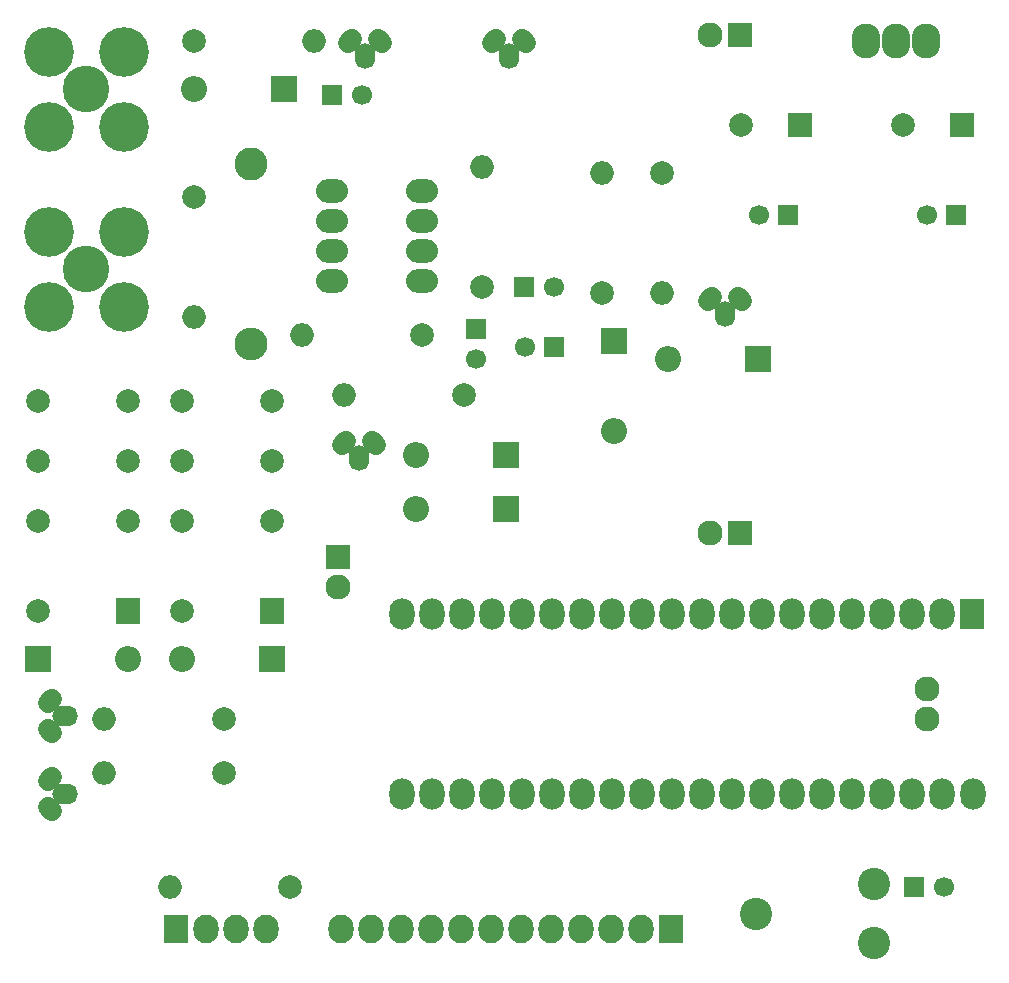
<source format=gbr>
%TF.GenerationSoftware,KiCad,Pcbnew,4.0.2+dfsg1-stable*%
%TF.CreationDate,2018-06-05T19:34:28+02:00*%
%TF.ProjectId,imp_meter,696D705F6D657465722E6B696361645F,rev?*%
%TF.FileFunction,Soldermask,Bot*%
%FSLAX46Y46*%
G04 Gerber Fmt 4.6, Leading zero omitted, Abs format (unit mm)*
G04 Created by KiCad (PCBNEW 4.0.2+dfsg1-stable) date wto, 5 cze 2018, 19:34:28*
%MOMM*%
G01*
G04 APERTURE LIST*
%ADD10C,0.100000*%
%ADD11R,2.000000X2.000000*%
%ADD12C,2.000000*%
%ADD13R,1.700000X1.700000*%
%ADD14C,1.700000*%
%ADD15R,2.200000X2.200000*%
%ADD16O,2.200000X2.200000*%
%ADD17R,2.127200X2.127200*%
%ADD18O,2.127200X2.127200*%
%ADD19R,2.000000X2.200000*%
%ADD20R,2.127200X2.432000*%
%ADD21O,2.127200X2.432000*%
%ADD22O,2.200860X1.700480*%
%ADD23C,1.700480*%
%ADD24O,1.700480X2.200860*%
%ADD25C,2.800000*%
%ADD26O,2.800000X2.800000*%
%ADD27O,2.000000X2.000000*%
%ADD28C,2.740000*%
%ADD29O,2.432000X2.940000*%
%ADD30R,2.127200X2.650000*%
%ADD31O,2.127200X2.650000*%
%ADD32O,2.700000X2.000000*%
%ADD33C,4.210000*%
%ADD34C,3.956000*%
G04 APERTURE END LIST*
D10*
D11*
X146812000Y-57658000D03*
D12*
X141812000Y-57658000D03*
D13*
X145796000Y-65278000D03*
D14*
X143296000Y-65278000D03*
D13*
X107188000Y-55118000D03*
D14*
X109688000Y-55118000D03*
D13*
X160020000Y-65278000D03*
D14*
X157520000Y-65278000D03*
D11*
X160528000Y-57658000D03*
D12*
X155528000Y-57658000D03*
D13*
X123444000Y-71374000D03*
D14*
X125944000Y-71374000D03*
D13*
X119380000Y-74930000D03*
D14*
X119380000Y-77430000D03*
D13*
X125984000Y-76454000D03*
D14*
X123484000Y-76454000D03*
D13*
X156464000Y-122174000D03*
D14*
X158964000Y-122174000D03*
D15*
X103124000Y-54610000D03*
D16*
X95504000Y-54610000D03*
D15*
X82296000Y-102870000D03*
D16*
X89916000Y-102870000D03*
D15*
X102108000Y-102870000D03*
D16*
X94488000Y-102870000D03*
D15*
X121920000Y-85598000D03*
D16*
X114300000Y-85598000D03*
D15*
X121920000Y-90170000D03*
D16*
X114300000Y-90170000D03*
D15*
X131064000Y-75946000D03*
D16*
X131064000Y-83566000D03*
D15*
X143256000Y-77470000D03*
D16*
X135636000Y-77470000D03*
D17*
X141732000Y-50038000D03*
D18*
X139192000Y-50038000D03*
D17*
X107696000Y-94234000D03*
D18*
X107696000Y-96774000D03*
D17*
X141732000Y-92202000D03*
D18*
X139192000Y-92202000D03*
D12*
X82296000Y-91186000D03*
X82296000Y-86106000D03*
X82296000Y-81026000D03*
D19*
X89916000Y-98806000D03*
D12*
X82296000Y-98806000D03*
X89916000Y-91186000D03*
X89916000Y-81026000D03*
X89916000Y-86106000D03*
X94488000Y-91186000D03*
X94488000Y-86106000D03*
X94488000Y-81026000D03*
D19*
X102108000Y-98806000D03*
D12*
X94488000Y-98806000D03*
X102108000Y-91186000D03*
X102108000Y-81026000D03*
X102108000Y-86106000D03*
D20*
X135890000Y-125730000D03*
D21*
X133350000Y-125730000D03*
X130810000Y-125730000D03*
X128270000Y-125730000D03*
X125730000Y-125730000D03*
X123190000Y-125730000D03*
X120650000Y-125730000D03*
X118110000Y-125730000D03*
X115570000Y-125730000D03*
X113030000Y-125730000D03*
X110490000Y-125730000D03*
X107950000Y-125730000D03*
D20*
X93980000Y-125730000D03*
D21*
X96520000Y-125730000D03*
X99060000Y-125730000D03*
X101600000Y-125730000D03*
D22*
X84582000Y-107696000D03*
D23*
X83488911Y-106249089D02*
X83135089Y-106602911D01*
X83135089Y-108789089D02*
X83488911Y-109142911D01*
D24*
X109982000Y-51816000D03*
D23*
X111428911Y-50722911D02*
X111075089Y-50369089D01*
X108888911Y-50369089D02*
X108535089Y-50722911D01*
D22*
X84582000Y-114300000D03*
D23*
X83488911Y-112853089D02*
X83135089Y-113206911D01*
X83135089Y-115393089D02*
X83488911Y-115746911D01*
D24*
X122174000Y-51816000D03*
D23*
X123620911Y-50722911D02*
X123267089Y-50369089D01*
X121080911Y-50369089D02*
X120727089Y-50722911D01*
D24*
X109474000Y-85852000D03*
D23*
X110920911Y-84758911D02*
X110567089Y-84405089D01*
X108380911Y-84405089D02*
X108027089Y-84758911D01*
D24*
X140462000Y-73660000D03*
D23*
X141908911Y-72566911D02*
X141555089Y-72213089D01*
X139368911Y-72213089D02*
X139015089Y-72566911D01*
D25*
X100330000Y-60960000D03*
D26*
X100330000Y-76200000D03*
D12*
X95504000Y-63754000D03*
D27*
X95504000Y-73914000D03*
D12*
X95504000Y-50546000D03*
D27*
X105664000Y-50546000D03*
D12*
X98044000Y-107950000D03*
D27*
X87884000Y-107950000D03*
D12*
X98044000Y-112522000D03*
D27*
X87884000Y-112522000D03*
D12*
X114808000Y-75438000D03*
D27*
X104648000Y-75438000D03*
D12*
X119888000Y-71374000D03*
D27*
X119888000Y-61214000D03*
D12*
X118364000Y-80518000D03*
D27*
X108204000Y-80518000D03*
D12*
X130048000Y-71882000D03*
D27*
X130048000Y-61722000D03*
D12*
X135128000Y-61722000D03*
D27*
X135128000Y-71882000D03*
D12*
X103632000Y-122174000D03*
D27*
X93472000Y-122174000D03*
D28*
X153035000Y-126920000D03*
X143035000Y-124420000D03*
X153035000Y-121920000D03*
D29*
X154940000Y-50546000D03*
X157480000Y-50546000D03*
X152400000Y-50546000D03*
D30*
X161340800Y-99060000D03*
D31*
X158800800Y-99060000D03*
X156260800Y-99060000D03*
X153720800Y-99060000D03*
X151180800Y-99060000D03*
X148640800Y-99060000D03*
X146100800Y-99060000D03*
X143560800Y-99060000D03*
X141020800Y-99060000D03*
X138480800Y-99060000D03*
X135940800Y-99060000D03*
X133400800Y-99060000D03*
X130860800Y-99060000D03*
X128320800Y-99060000D03*
X125780800Y-99060000D03*
X123240800Y-99060000D03*
X120700800Y-99060000D03*
X118160800Y-99060000D03*
X115620800Y-99060000D03*
X113080800Y-99060000D03*
X113080800Y-114300000D03*
X115620800Y-114300000D03*
X118160800Y-114300000D03*
X120700800Y-114300000D03*
X123240800Y-114300000D03*
X125780800Y-114300000D03*
X128320800Y-114300000D03*
X130860800Y-114300000D03*
X133400800Y-114300000D03*
X135940800Y-114300000D03*
X138480800Y-114300000D03*
X141020800Y-114300000D03*
X143560800Y-114300000D03*
X146100800Y-114300000D03*
X148640800Y-114300000D03*
X151180800Y-114300000D03*
X153720800Y-114300000D03*
X156260800Y-114300000D03*
X158800800Y-114300000D03*
X161391600Y-114300000D03*
D18*
X157530800Y-107960000D03*
X157530800Y-105420000D03*
D32*
X107188000Y-63246000D03*
X107188000Y-65786000D03*
X107188000Y-68326000D03*
X107188000Y-70866000D03*
X114808000Y-70866000D03*
X114808000Y-68326000D03*
X114808000Y-65786000D03*
X114808000Y-63246000D03*
D33*
X83185000Y-51435000D03*
D34*
X86360000Y-54610000D03*
D33*
X89535000Y-51435000D03*
X83185000Y-57785000D03*
X89535000Y-57785000D03*
X83185000Y-66675000D03*
D34*
X86360000Y-69850000D03*
D33*
X89535000Y-66675000D03*
X83185000Y-73025000D03*
X89535000Y-73025000D03*
M02*

</source>
